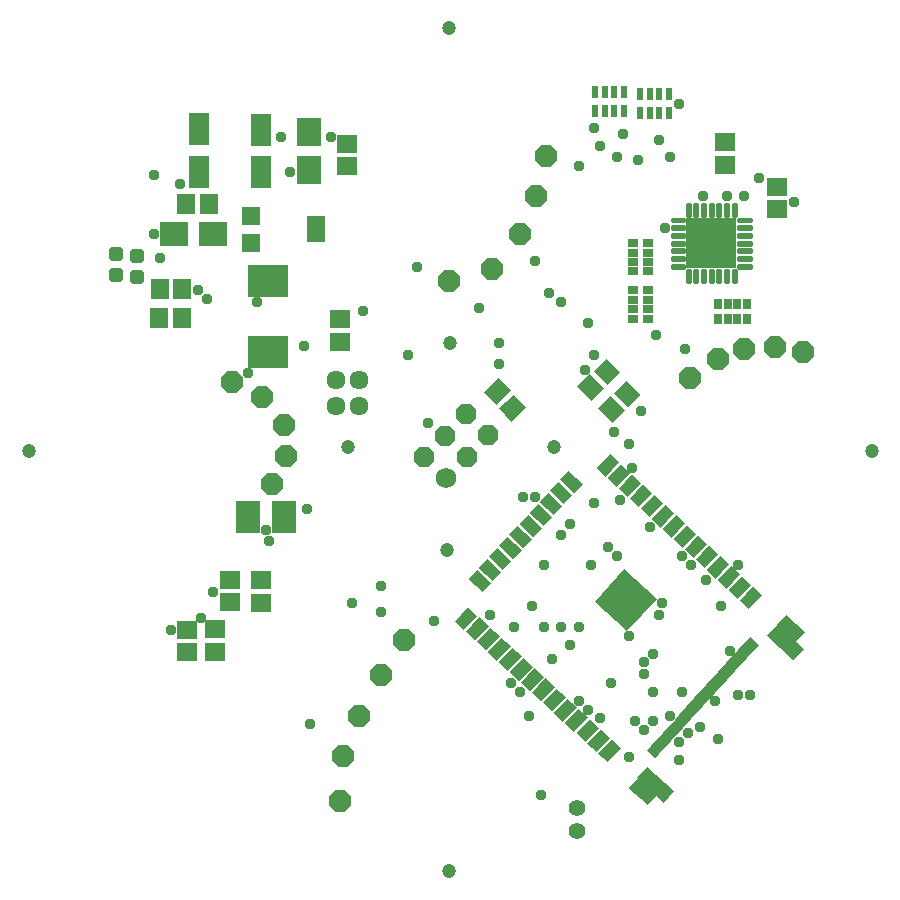
<source format=gbr>
G04 EAGLE Gerber RS-274X export*
G75*
%MOMM*%
%FSLAX34Y34*%
%LPD*%
%INSoldermask Top*%
%IPPOS*%
%AMOC8*
5,1,8,0,0,1.08239X$1,22.5*%
G01*
%ADD10C,1.203200*%
%ADD11R,1.703200X1.503200*%
%ADD12R,2.353200X2.003200*%
%ADD13R,2.003200X2.353200*%
%ADD14R,1.803200X2.803200*%
%ADD15R,0.503200X1.003200*%
%ADD16R,1.150000X2.200000*%
%ADD17R,1.300000X3.050000*%
%ADD18R,3.453200X2.703200*%
%ADD19R,1.503200X1.703200*%
%ADD20R,1.503200X1.803200*%
%ADD21R,1.503200X1.503200*%
%ADD22R,1.503200X2.203200*%
%ADD23R,2.153200X2.703200*%
%ADD24C,1.727200*%
%ADD25P,1.869504X8X67.900000*%
%ADD26C,0.282525*%
%ADD27R,4.303200X4.303200*%
%ADD28R,0.853200X0.703200*%
%ADD29R,0.703200X0.853200*%
%ADD30R,1.653200X1.063200*%
%ADD31R,3.703200X3.703200*%
%ADD32R,0.600000X1.000000*%
%ADD33C,0.505344*%
%ADD34R,1.803200X1.503200*%
%ADD35P,1.951982X8X22.500000*%
%ADD36C,1.411200*%
%ADD37C,1.611200*%
%ADD38C,0.959600*%


D10*
X-366000Y-6000D03*
X348000Y-6000D03*
X-10000Y352000D03*
X-10000Y-362000D03*
X-95540Y-2520D03*
X78460Y-2520D03*
X-9540Y85480D03*
X-12000Y-90000D03*
D11*
X-96380Y254130D03*
X-96380Y235130D03*
D12*
X-242590Y178040D03*
X-210090Y178040D03*
D13*
X-128500Y264450D03*
X-128500Y231950D03*
D14*
X-169580Y265980D03*
X-169580Y229980D03*
X-221780Y266580D03*
X-221780Y230580D03*
D15*
G36*
X168159Y-262386D02*
X164772Y-266108D01*
X157353Y-259358D01*
X160740Y-255636D01*
X168159Y-262386D01*
G37*
G36*
X171524Y-258687D02*
X168137Y-262409D01*
X160718Y-255659D01*
X164105Y-251937D01*
X171524Y-258687D01*
G37*
G36*
X174889Y-254989D02*
X171502Y-258711D01*
X164083Y-251961D01*
X167470Y-248239D01*
X174889Y-254989D01*
G37*
G36*
X178254Y-251291D02*
X174867Y-255013D01*
X167448Y-248263D01*
X170835Y-244541D01*
X178254Y-251291D01*
G37*
G36*
X181619Y-247593D02*
X178232Y-251315D01*
X170813Y-244565D01*
X174200Y-240843D01*
X181619Y-247593D01*
G37*
G36*
X184984Y-243895D02*
X181597Y-247617D01*
X174178Y-240867D01*
X177565Y-237145D01*
X184984Y-243895D01*
G37*
G36*
X188349Y-240197D02*
X184962Y-243919D01*
X177543Y-237169D01*
X180930Y-233447D01*
X188349Y-240197D01*
G37*
G36*
X191714Y-236499D02*
X188327Y-240221D01*
X180908Y-233471D01*
X184295Y-229749D01*
X191714Y-236499D01*
G37*
G36*
X195079Y-232800D02*
X191692Y-236522D01*
X184273Y-229772D01*
X187660Y-226050D01*
X195079Y-232800D01*
G37*
G36*
X198445Y-229102D02*
X195058Y-232824D01*
X187639Y-226074D01*
X191026Y-222352D01*
X198445Y-229102D01*
G37*
G36*
X201810Y-225404D02*
X198423Y-229126D01*
X191004Y-222376D01*
X194391Y-218654D01*
X201810Y-225404D01*
G37*
G36*
X205175Y-221706D02*
X201788Y-225428D01*
X194369Y-218678D01*
X197756Y-214956D01*
X205175Y-221706D01*
G37*
G36*
X208540Y-218008D02*
X205153Y-221730D01*
X197734Y-214980D01*
X201121Y-211258D01*
X208540Y-218008D01*
G37*
G36*
X211905Y-214310D02*
X208518Y-218032D01*
X201099Y-211282D01*
X204486Y-207560D01*
X211905Y-214310D01*
G37*
G36*
X215270Y-210611D02*
X211883Y-214333D01*
X204464Y-207583D01*
X207851Y-203861D01*
X215270Y-210611D01*
G37*
G36*
X218635Y-206913D02*
X215248Y-210635D01*
X207829Y-203885D01*
X211216Y-200163D01*
X218635Y-206913D01*
G37*
G36*
X222000Y-203215D02*
X218613Y-206937D01*
X211194Y-200187D01*
X214581Y-196465D01*
X222000Y-203215D01*
G37*
G36*
X225365Y-199517D02*
X221978Y-203239D01*
X214559Y-196489D01*
X217946Y-192767D01*
X225365Y-199517D01*
G37*
G36*
X228730Y-195819D02*
X225343Y-199541D01*
X217924Y-192791D01*
X221311Y-189069D01*
X228730Y-195819D01*
G37*
G36*
X232095Y-192121D02*
X228708Y-195843D01*
X221289Y-189093D01*
X224676Y-185371D01*
X232095Y-192121D01*
G37*
G36*
X235460Y-188423D02*
X232073Y-192145D01*
X224654Y-185395D01*
X228041Y-181673D01*
X235460Y-188423D01*
G37*
G36*
X238825Y-184724D02*
X235438Y-188446D01*
X228019Y-181696D01*
X231406Y-177974D01*
X238825Y-184724D01*
G37*
G36*
X242190Y-181026D02*
X238803Y-184748D01*
X231384Y-177998D01*
X234771Y-174276D01*
X242190Y-181026D01*
G37*
G36*
X245555Y-177328D02*
X242168Y-181050D01*
X234749Y-174300D01*
X238136Y-170578D01*
X245555Y-177328D01*
G37*
G36*
X248920Y-173630D02*
X245533Y-177352D01*
X238114Y-170602D01*
X241501Y-166880D01*
X248920Y-173630D01*
G37*
G36*
X252286Y-169932D02*
X248899Y-173654D01*
X241480Y-166904D01*
X244867Y-163182D01*
X252286Y-169932D01*
G37*
D16*
G36*
X267407Y-153292D02*
X275146Y-144786D01*
X291417Y-159592D01*
X283678Y-168098D01*
X267407Y-153292D01*
G37*
D17*
G36*
X258994Y-162538D02*
X267743Y-152922D01*
X290300Y-173448D01*
X281551Y-183064D01*
X258994Y-162538D01*
G37*
D16*
G36*
X165900Y-297533D02*
X158161Y-306039D01*
X141890Y-291233D01*
X149629Y-282727D01*
X165900Y-297533D01*
G37*
D17*
G36*
X180599Y-294008D02*
X171850Y-303624D01*
X149293Y-283098D01*
X158042Y-273482D01*
X180599Y-294008D01*
G37*
D18*
X-163260Y137820D03*
X-163260Y77820D03*
D19*
G36*
X29979Y33030D02*
X19882Y44166D01*
X32499Y55606D01*
X42596Y44470D01*
X29979Y33030D01*
G37*
G36*
X42741Y18954D02*
X32644Y30090D01*
X45261Y41530D01*
X55358Y30394D01*
X42741Y18954D01*
G37*
D20*
X-235700Y130840D03*
X-254700Y130840D03*
X-236260Y106820D03*
X-255260Y106820D03*
D21*
X-177780Y193080D03*
X-177780Y170080D03*
D22*
X-122780Y181580D03*
D20*
X-213300Y203300D03*
X-232300Y203300D03*
D19*
G36*
X121150Y46744D02*
X110121Y36530D01*
X98550Y49026D01*
X109579Y59240D01*
X121150Y46744D01*
G37*
G36*
X135090Y59654D02*
X124061Y49440D01*
X112490Y61936D01*
X123519Y72150D01*
X135090Y59654D01*
G37*
G36*
X138942Y28238D02*
X128039Y17891D01*
X116316Y30244D01*
X127219Y40591D01*
X138942Y28238D01*
G37*
G36*
X152724Y41316D02*
X141821Y30969D01*
X130098Y43322D01*
X141001Y53669D01*
X152724Y41316D01*
G37*
D23*
X-149590Y-62240D03*
X-180090Y-62240D03*
D11*
X-168880Y-134610D03*
X-168880Y-115610D03*
X-195130Y-133900D03*
X-195130Y-114900D03*
X-208060Y-157140D03*
X-208060Y-176140D03*
X-231940Y-157220D03*
X-231940Y-176220D03*
D24*
X-12792Y-29003D03*
D25*
X5043Y-10917D03*
X22877Y7168D03*
X-30877Y-11168D03*
X-13043Y6917D03*
X4792Y25003D03*
D11*
X224000Y236500D03*
X224000Y255500D03*
D26*
X193704Y146954D02*
X193704Y136746D01*
X191296Y136746D01*
X191296Y146954D01*
X193704Y146954D01*
X193704Y139430D02*
X191296Y139430D01*
X191296Y142114D02*
X193704Y142114D01*
X193704Y144798D02*
X191296Y144798D01*
X200204Y146954D02*
X200204Y136746D01*
X197796Y136746D01*
X197796Y146954D01*
X200204Y146954D01*
X200204Y139430D02*
X197796Y139430D01*
X197796Y142114D02*
X200204Y142114D01*
X200204Y144798D02*
X197796Y144798D01*
X206704Y146954D02*
X206704Y136746D01*
X204296Y136746D01*
X204296Y146954D01*
X206704Y146954D01*
X206704Y139430D02*
X204296Y139430D01*
X204296Y142114D02*
X206704Y142114D01*
X206704Y144798D02*
X204296Y144798D01*
X213204Y146954D02*
X213204Y136746D01*
X210796Y136746D01*
X210796Y146954D01*
X213204Y146954D01*
X213204Y139430D02*
X210796Y139430D01*
X210796Y142114D02*
X213204Y142114D01*
X213204Y144798D02*
X210796Y144798D01*
X219704Y146954D02*
X219704Y136746D01*
X217296Y136746D01*
X217296Y146954D01*
X219704Y146954D01*
X219704Y139430D02*
X217296Y139430D01*
X217296Y142114D02*
X219704Y142114D01*
X219704Y144798D02*
X217296Y144798D01*
X226204Y146954D02*
X226204Y136746D01*
X223796Y136746D01*
X223796Y146954D01*
X226204Y146954D01*
X226204Y139430D02*
X223796Y139430D01*
X223796Y142114D02*
X226204Y142114D01*
X226204Y144798D02*
X223796Y144798D01*
X232704Y146954D02*
X232704Y136746D01*
X230296Y136746D01*
X230296Y146954D01*
X232704Y146954D01*
X232704Y139430D02*
X230296Y139430D01*
X230296Y142114D02*
X232704Y142114D01*
X232704Y144798D02*
X230296Y144798D01*
X232704Y193046D02*
X232704Y203254D01*
X232704Y193046D02*
X230296Y193046D01*
X230296Y203254D01*
X232704Y203254D01*
X232704Y195730D02*
X230296Y195730D01*
X230296Y198414D02*
X232704Y198414D01*
X232704Y201098D02*
X230296Y201098D01*
X226204Y203254D02*
X226204Y193046D01*
X223796Y193046D01*
X223796Y203254D01*
X226204Y203254D01*
X226204Y195730D02*
X223796Y195730D01*
X223796Y198414D02*
X226204Y198414D01*
X226204Y201098D02*
X223796Y201098D01*
X219704Y203254D02*
X219704Y193046D01*
X217296Y193046D01*
X217296Y203254D01*
X219704Y203254D01*
X219704Y195730D02*
X217296Y195730D01*
X217296Y198414D02*
X219704Y198414D01*
X219704Y201098D02*
X217296Y201098D01*
X213204Y203254D02*
X213204Y193046D01*
X210796Y193046D01*
X210796Y203254D01*
X213204Y203254D01*
X213204Y195730D02*
X210796Y195730D01*
X210796Y198414D02*
X213204Y198414D01*
X213204Y201098D02*
X210796Y201098D01*
X206704Y203254D02*
X206704Y193046D01*
X204296Y193046D01*
X204296Y203254D01*
X206704Y203254D01*
X206704Y195730D02*
X204296Y195730D01*
X204296Y198414D02*
X206704Y198414D01*
X206704Y201098D02*
X204296Y201098D01*
X200204Y203254D02*
X200204Y193046D01*
X197796Y193046D01*
X197796Y203254D01*
X200204Y203254D01*
X200204Y195730D02*
X197796Y195730D01*
X197796Y198414D02*
X200204Y198414D01*
X200204Y201098D02*
X197796Y201098D01*
X193704Y203254D02*
X193704Y193046D01*
X191296Y193046D01*
X191296Y203254D01*
X193704Y203254D01*
X193704Y195730D02*
X191296Y195730D01*
X191296Y198414D02*
X193704Y198414D01*
X193704Y201098D02*
X191296Y201098D01*
X188954Y188296D02*
X178746Y188296D01*
X178746Y190704D01*
X188954Y190704D01*
X188954Y188296D01*
X188954Y181796D02*
X178746Y181796D01*
X178746Y184204D01*
X188954Y184204D01*
X188954Y181796D01*
X188954Y175296D02*
X178746Y175296D01*
X178746Y177704D01*
X188954Y177704D01*
X188954Y175296D01*
X188954Y168796D02*
X178746Y168796D01*
X178746Y171204D01*
X188954Y171204D01*
X188954Y168796D01*
X188954Y162296D02*
X178746Y162296D01*
X178746Y164704D01*
X188954Y164704D01*
X188954Y162296D01*
X188954Y155796D02*
X178746Y155796D01*
X178746Y158204D01*
X188954Y158204D01*
X188954Y155796D01*
X188954Y149296D02*
X178746Y149296D01*
X178746Y151704D01*
X188954Y151704D01*
X188954Y149296D01*
X235046Y149296D02*
X245254Y149296D01*
X235046Y149296D02*
X235046Y151704D01*
X245254Y151704D01*
X245254Y149296D01*
X245254Y155796D02*
X235046Y155796D01*
X235046Y158204D01*
X245254Y158204D01*
X245254Y155796D01*
X245254Y162296D02*
X235046Y162296D01*
X235046Y164704D01*
X245254Y164704D01*
X245254Y162296D01*
X245254Y168796D02*
X235046Y168796D01*
X235046Y171204D01*
X245254Y171204D01*
X245254Y168796D01*
X245254Y175296D02*
X235046Y175296D01*
X235046Y177704D01*
X245254Y177704D01*
X245254Y175296D01*
X245254Y181796D02*
X235046Y181796D01*
X235046Y184204D01*
X245254Y184204D01*
X245254Y181796D01*
X245254Y188296D02*
X235046Y188296D01*
X235046Y190704D01*
X245254Y190704D01*
X245254Y188296D01*
D27*
X212000Y170000D03*
D11*
X268000Y198500D03*
X268000Y217500D03*
D28*
X158250Y146000D03*
X158250Y154000D03*
X158250Y162000D03*
X158250Y170000D03*
X145750Y170000D03*
X145750Y162000D03*
X145750Y154000D03*
X145750Y146000D03*
X158250Y106000D03*
X158250Y114000D03*
X158250Y122000D03*
X158250Y130000D03*
X145750Y130000D03*
X145750Y122000D03*
X145750Y114000D03*
X145750Y106000D03*
D29*
X242000Y118250D03*
X234000Y118250D03*
X226000Y118250D03*
X218000Y118250D03*
X218000Y105750D03*
X226000Y105750D03*
X234000Y105750D03*
X242000Y105750D03*
D30*
G36*
X114841Y-20645D02*
X126051Y-8497D01*
X133865Y-15707D01*
X122655Y-27855D01*
X114841Y-20645D01*
G37*
G36*
X124175Y-29258D02*
X135385Y-17110D01*
X143199Y-24320D01*
X131989Y-36468D01*
X124175Y-29258D01*
G37*
G36*
X133508Y-37870D02*
X144718Y-25722D01*
X152532Y-32932D01*
X141322Y-45080D01*
X133508Y-37870D01*
G37*
G36*
X142842Y-46483D02*
X154052Y-34335D01*
X161866Y-41545D01*
X150656Y-53693D01*
X142842Y-46483D01*
G37*
G36*
X152175Y-55096D02*
X163385Y-42948D01*
X171199Y-50158D01*
X159989Y-62306D01*
X152175Y-55096D01*
G37*
G36*
X161508Y-63708D02*
X172718Y-51560D01*
X180532Y-58770D01*
X169322Y-70918D01*
X161508Y-63708D01*
G37*
G36*
X170842Y-72321D02*
X182052Y-60173D01*
X189866Y-67383D01*
X178656Y-79531D01*
X170842Y-72321D01*
G37*
G36*
X180175Y-80934D02*
X191385Y-68786D01*
X199199Y-75996D01*
X187989Y-88144D01*
X180175Y-80934D01*
G37*
G36*
X189509Y-89546D02*
X200719Y-77398D01*
X208533Y-84608D01*
X197323Y-96756D01*
X189509Y-89546D01*
G37*
G36*
X198842Y-98159D02*
X210052Y-86011D01*
X217866Y-93221D01*
X206656Y-105369D01*
X198842Y-98159D01*
G37*
G36*
X208176Y-106771D02*
X219386Y-94623D01*
X227200Y-101833D01*
X215990Y-113981D01*
X208176Y-106771D01*
G37*
G36*
X217509Y-115384D02*
X228719Y-103236D01*
X236533Y-110446D01*
X225323Y-122594D01*
X217509Y-115384D01*
G37*
G36*
X226842Y-123997D02*
X238052Y-111849D01*
X245866Y-119059D01*
X234656Y-131207D01*
X226842Y-123997D01*
G37*
G36*
X236176Y-132609D02*
X247386Y-120461D01*
X255200Y-127671D01*
X243990Y-139819D01*
X236176Y-132609D01*
G37*
G36*
X-4922Y-150431D02*
X6288Y-138283D01*
X14102Y-145493D01*
X2892Y-157641D01*
X-4922Y-150431D01*
G37*
G36*
X4412Y-159044D02*
X15622Y-146896D01*
X23436Y-154106D01*
X12226Y-166254D01*
X4412Y-159044D01*
G37*
G36*
X13745Y-167656D02*
X24955Y-155508D01*
X32769Y-162718D01*
X21559Y-174866D01*
X13745Y-167656D01*
G37*
G36*
X23079Y-176269D02*
X34289Y-164121D01*
X42103Y-171331D01*
X30893Y-183479D01*
X23079Y-176269D01*
G37*
G36*
X32412Y-184882D02*
X43622Y-172734D01*
X51436Y-179944D01*
X40226Y-192092D01*
X32412Y-184882D01*
G37*
G36*
X41745Y-193494D02*
X52955Y-181346D01*
X60769Y-188556D01*
X49559Y-200704D01*
X41745Y-193494D01*
G37*
G36*
X51079Y-202107D02*
X62289Y-189959D01*
X70103Y-197169D01*
X58893Y-209317D01*
X51079Y-202107D01*
G37*
G36*
X60412Y-210719D02*
X71622Y-198571D01*
X79436Y-205781D01*
X68226Y-217929D01*
X60412Y-210719D01*
G37*
G36*
X69746Y-219332D02*
X80956Y-207184D01*
X88770Y-214394D01*
X77560Y-226542D01*
X69746Y-219332D01*
G37*
G36*
X79079Y-227945D02*
X90289Y-215797D01*
X98103Y-223007D01*
X86893Y-235155D01*
X79079Y-227945D01*
G37*
G36*
X88413Y-236557D02*
X99623Y-224409D01*
X107437Y-231619D01*
X96227Y-243767D01*
X88413Y-236557D01*
G37*
G36*
X97746Y-245170D02*
X108956Y-233022D01*
X116770Y-240232D01*
X105560Y-252380D01*
X97746Y-245170D01*
G37*
G36*
X107079Y-253783D02*
X118289Y-241635D01*
X126103Y-248845D01*
X114893Y-260993D01*
X107079Y-253783D01*
G37*
G36*
X116413Y-262395D02*
X127623Y-250247D01*
X135437Y-257457D01*
X124227Y-269605D01*
X116413Y-262395D01*
G37*
G36*
X52860Y-88228D02*
X40712Y-77018D01*
X47922Y-69204D01*
X60070Y-80414D01*
X52860Y-88228D01*
G37*
G36*
X44248Y-97562D02*
X32100Y-86352D01*
X39310Y-78538D01*
X51458Y-89748D01*
X44248Y-97562D01*
G37*
G36*
X35635Y-106895D02*
X23487Y-95685D01*
X30697Y-87871D01*
X42845Y-99081D01*
X35635Y-106895D01*
G37*
G36*
X27022Y-116228D02*
X14874Y-105018D01*
X22084Y-97204D01*
X34232Y-108414D01*
X27022Y-116228D01*
G37*
G36*
X18410Y-125562D02*
X6262Y-114352D01*
X13472Y-106538D01*
X25620Y-117748D01*
X18410Y-125562D01*
G37*
G36*
X61473Y-78895D02*
X49325Y-67685D01*
X56535Y-59871D01*
X68683Y-71081D01*
X61473Y-78895D01*
G37*
G36*
X70085Y-69561D02*
X57937Y-58351D01*
X65147Y-50537D01*
X77295Y-61747D01*
X70085Y-69561D01*
G37*
G36*
X78698Y-60228D02*
X66550Y-49018D01*
X73760Y-41204D01*
X85908Y-52414D01*
X78698Y-60228D01*
G37*
G36*
X87311Y-50895D02*
X75163Y-39685D01*
X82373Y-31871D01*
X94521Y-43081D01*
X87311Y-50895D01*
G37*
G36*
X95923Y-41561D02*
X83775Y-30351D01*
X90985Y-22537D01*
X103133Y-33747D01*
X95923Y-41561D01*
G37*
D31*
G36*
X113396Y-133542D02*
X138510Y-106328D01*
X165724Y-131442D01*
X140610Y-158656D01*
X113396Y-133542D01*
G37*
D32*
X138000Y298000D03*
X130000Y298000D03*
X122000Y298000D03*
X114000Y298000D03*
X114000Y282000D03*
X122000Y282000D03*
X130000Y282000D03*
X138000Y282000D03*
X176000Y296000D03*
X168000Y296000D03*
X160000Y296000D03*
X152000Y296000D03*
X152000Y280000D03*
X160000Y280000D03*
X168000Y280000D03*
X176000Y280000D03*
D33*
X-270510Y144720D02*
X-277490Y144720D01*
X-270510Y144720D02*
X-270510Y137740D01*
X-277490Y137740D01*
X-277490Y144720D01*
X-277490Y142540D02*
X-270510Y142540D01*
X-270510Y162260D02*
X-277490Y162260D01*
X-270510Y162260D02*
X-270510Y155280D01*
X-277490Y155280D01*
X-277490Y162260D01*
X-277490Y160080D02*
X-270510Y160080D01*
X-288510Y146720D02*
X-295490Y146720D01*
X-288510Y146720D02*
X-288510Y139740D01*
X-295490Y139740D01*
X-295490Y146720D01*
X-295490Y144540D02*
X-288510Y144540D01*
X-288510Y164260D02*
X-295490Y164260D01*
X-288510Y164260D02*
X-288510Y157280D01*
X-295490Y157280D01*
X-295490Y164260D01*
X-295490Y162080D02*
X-288510Y162080D01*
D34*
X-102000Y86500D03*
X-102000Y105500D03*
D35*
X72000Y244000D03*
X64000Y210000D03*
X50000Y178000D03*
X-150000Y16000D03*
X-148000Y-10000D03*
X-160000Y-34000D03*
X-48000Y-166000D03*
X-68000Y-196000D03*
X-86000Y-230000D03*
X240000Y80000D03*
X266000Y82000D03*
X290000Y78000D03*
X-10000Y138000D03*
X-194000Y52000D03*
X-100000Y-264000D03*
X218000Y72000D03*
X26000Y148000D03*
X-168000Y40000D03*
X-102000Y-302000D03*
X194000Y56000D03*
D36*
X98000Y-327500D03*
X98000Y-308500D03*
D37*
X-86000Y54000D03*
X-106000Y54000D03*
X-106000Y32000D03*
X-86000Y32000D03*
D38*
X112500Y-50000D03*
X227500Y-175000D03*
X185000Y-267500D03*
X112500Y75000D03*
X-145000Y230000D03*
X-37500Y150000D03*
X155000Y-185000D03*
X147500Y-235000D03*
X177500Y-230000D03*
X142500Y-265000D03*
X117500Y-232500D03*
X50000Y-210000D03*
X52500Y-45000D03*
X57500Y-230000D03*
X162500Y-235000D03*
X162500Y-210000D03*
X155000Y-242500D03*
X155000Y-195000D03*
X185000Y-252500D03*
X162500Y-177500D03*
X107500Y-225000D03*
X77500Y-182500D03*
X92500Y-170000D03*
X-220000Y-147500D03*
X100000Y-217500D03*
X85000Y-155000D03*
X25000Y-145000D03*
X70000Y-102500D03*
X132500Y-95000D03*
X192500Y-245000D03*
X195000Y-102500D03*
X202500Y-240000D03*
X207500Y-115000D03*
X245000Y-212500D03*
X235000Y-102500D03*
X187500Y-210000D03*
X187500Y-95000D03*
X85000Y-77500D03*
X62500Y-45000D03*
X-162500Y-82500D03*
X167500Y-145000D03*
X160000Y-70000D03*
X130000Y10000D03*
X135000Y-47500D03*
X170000Y-135000D03*
X145000Y-20000D03*
X152500Y27500D03*
X225000Y210000D03*
X142500Y0D03*
X252500Y225000D03*
X282500Y205000D03*
X92500Y-67500D03*
X215000Y-217500D03*
X220000Y-137500D03*
X110000Y-102500D03*
X-110000Y260000D03*
X-130000Y-55000D03*
X-165000Y-72500D03*
X105000Y62500D03*
X-245000Y-157500D03*
X217500Y-250000D03*
X70000Y-155000D03*
X45000Y-155000D03*
X42500Y-202500D03*
X235000Y-212500D03*
X165000Y92500D03*
X-27500Y17500D03*
X-127500Y-237500D03*
X-260000Y227500D03*
X62500Y155000D03*
X-210000Y-125000D03*
X127500Y-202500D03*
X100000Y-155000D03*
X-215000Y122500D03*
X-222500Y130000D03*
X-172500Y120000D03*
X15000Y115000D03*
X-180000Y60000D03*
X-152500Y260000D03*
X-255000Y157500D03*
X-132500Y82500D03*
X-82500Y112500D03*
X-237500Y220000D03*
X167500Y257500D03*
X177500Y242500D03*
X205000Y210000D03*
X117500Y252500D03*
X112500Y267500D03*
X100000Y235000D03*
X150000Y240000D03*
X132500Y242500D03*
X185000Y287500D03*
X172500Y182500D03*
X137500Y262500D03*
X240000Y210000D03*
X75000Y127500D03*
X32500Y85000D03*
X85000Y120000D03*
X32500Y67500D03*
X-45000Y75000D03*
X107500Y102500D03*
X-22500Y-150000D03*
X-67500Y-142500D03*
X190000Y80000D03*
X142500Y-162500D03*
X125000Y-87500D03*
X-260000Y177500D03*
X67500Y-297500D03*
X60000Y-137500D03*
X-92500Y-135000D03*
X-67500Y-120000D03*
M02*

</source>
